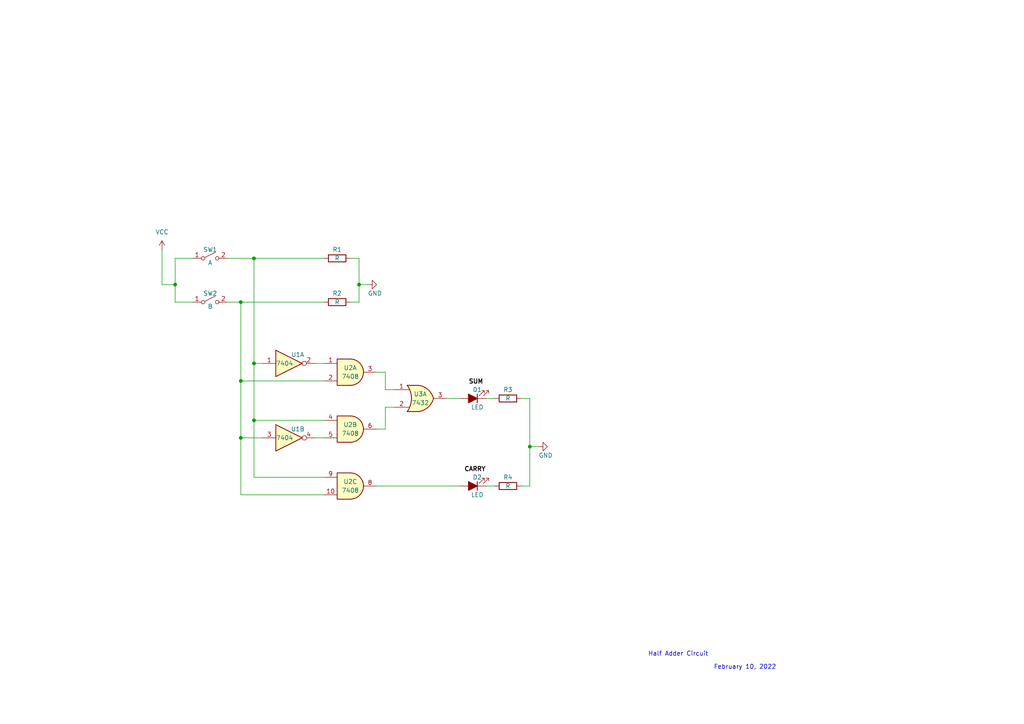
<source format=kicad_sch>
(kicad_sch (version 20211123) (generator eeschema)
  (paper "A4")
  (lib_symbols
    (symbol "74xx:74LS04"
      (property "Reference" "U" (at 0 1.27 0))
      (property "Value" "74LS04" (at 0 -1.27 0))
      (symbol "74LS04_1_0"
        (polyline (pts (xy -3.81 3.81) (xy -3.81 -3.81) (xy 3.81 0) (xy -3.81 3.81)) (stroke (width 0.254)) (fill (type background)))
        (pin input line (at -7.62 0 0) (length 3.81) (name "~") (number "1"))
        (pin output inverted (at 7.62 0 180) (length 3.81) (name "~") (number "2"))
      )
      (symbol "74LS04_2_0"
        (polyline (pts (xy -3.81 3.81) (xy -3.81 -3.81) (xy 3.81 0) (xy -3.81 3.81)) (stroke (width 0.254)) (fill (type background)))
        (pin input line (at -7.62 0 0) (length 3.81) (name "~") (number "3"))
        (pin output inverted (at 7.62 0 180) (length 3.81) (name "~") (number "4"))
      )
      (symbol "74LS04_3_0"
        (polyline (pts (xy -3.81 3.81) (xy -3.81 -3.81) (xy 3.81 0) (xy -3.81 3.81)) (stroke (width 0.254)) (fill (type background)))
        (pin input line (at -7.62 0 0) (length 3.81) (name "~") (number "5"))
        (pin output inverted (at 7.62 0 180) (length 3.81) (name "~") (number "6"))
      )
      (symbol "74LS04_4_0"
        (polyline (pts (xy -3.81 3.81) (xy -3.81 -3.81) (xy 3.81 0) (xy -3.81 3.81)) (stroke (width 0.254)) (fill (type background)))
        (pin output inverted (at 7.62 0 180) (length 3.81) (name "~") (number "8"))
        (pin input line (at -7.62 0 0) (length 3.81) (name "~") (number "9"))
      )
      (symbol "74LS04_5_0"
        (polyline (pts (xy -3.81 3.81) (xy -3.81 -3.81) (xy 3.81 0) (xy -3.81 3.81)) (stroke (width 0.254)) (fill (type background)))
        (pin output inverted (at 7.62 0 180) (length 3.81) (name "~") (number "10"))
        (pin input line (at -7.62 0 0) (length 3.81) (name "~") (number "11"))
      )
      (symbol "74LS04_6_0"
        (polyline (pts (xy -3.81 3.81) (xy -3.81 -3.81) (xy 3.81 0) (xy -3.81 3.81)) (stroke (width 0.254)) (fill (type background)))
        (pin output inverted (at 7.62 0 180) (length 3.81) (name "~") (number "12"))
        (pin input line (at -7.62 0 0) (length 3.81) (name "~") (number "13"))
      )
      (symbol "74LS04_7_0"
        (pin power_in line (at 0 12.7 270) (length 5.08) (name "VCC") (number "14"))
        (pin power_in line (at 0 -12.7 90) (length 5.08) (name "GND") (number "7"))
      )
      (symbol "74LS04_7_1"
        (rectangle (start -5.08 7.62) (end 5.08 -7.62) (stroke (width 0.254)) (fill (type background)))
      )
    )
    (symbol "74xx:74LS08" (pin_names (offset 1.016))
      (property "Reference" "U" (at 0 1.27 0))
      (property "Value" "74LS08" (at 0 -1.27 0))
      (symbol "74LS08_1_1"
        (arc (start 0 -3.81) (mid 3.81 0) (end 0 3.81) (stroke (width 0.254)) (fill (type background)))
        (polyline (pts (xy 0 3.81) (xy -3.81 3.81) (xy -3.81 -3.81) (xy 0 -3.81)) (stroke (width 0.254)) (fill (type background)))
        (pin input line (at -7.62 2.54 0) (length 3.81) (name "~") (number "1"))
        (pin input line (at -7.62 -2.54 0) (length 3.81) (name "~") (number "2"))
        (pin output line (at 7.62 0 180) (length 3.81) (name "~") (number "3"))
      )
      (symbol "74LS08_1_2"
        (arc (start -3.81 -3.81) (mid -2.589 0) (end -3.81 3.81) (stroke (width 0.254)))
        (arc (start -0.6096 -3.81) (mid 2.1842 -2.5851) (end 3.81 0) (stroke (width 0.254)) (fill (type background)))
        (polyline (pts (xy -3.81 -3.81) (xy -0.635 -3.81)) (stroke (width 0.254)) (fill (type background)))
        (polyline (pts (xy -3.81 3.81) (xy -0.635 3.81)) (stroke (width 0.254)) (fill (type background)))
        (polyline (pts (xy -0.635 3.81) (xy -3.81 3.81) (xy -3.81 3.81) (xy -3.556 3.4036) (xy -3.0226 2.2606) (xy -2.6924 1.0414) (xy -2.6162 -0.254) (xy -2.7686 -1.4986) (xy -3.175 -2.7178) (xy -3.81 -3.81) (xy -3.81 -3.81) (xy -0.635 -3.81)) (stroke (width -25.4)) (fill (type background)))
        (arc (start 3.81 0) (mid 2.1915 2.5936) (end -0.6096 3.81) (stroke (width 0.254)) (fill (type background)))
        (pin input inverted (at -7.62 2.54 0) (length 4.318) (name "~") (number "1"))
        (pin input inverted (at -7.62 -2.54 0) (length 4.318) (name "~") (number "2"))
        (pin output inverted (at 7.62 0 180) (length 3.81) (name "~") (number "3"))
      )
      (symbol "74LS08_2_1"
        (arc (start 0 -3.81) (mid 3.81 0) (end 0 3.81) (stroke (width 0.254)) (fill (type background)))
        (polyline (pts (xy 0 3.81) (xy -3.81 3.81) (xy -3.81 -3.81) (xy 0 -3.81)) (stroke (width 0.254)) (fill (type background)))
        (pin input line (at -7.62 2.54 0) (length 3.81) (name "~") (number "4"))
        (pin input line (at -7.62 -2.54 0) (length 3.81) (name "~") (number "5"))
        (pin output line (at 7.62 0 180) (length 3.81) (name "~") (number "6"))
      )
      (symbol "74LS08_2_2"
        (arc (start -3.81 -3.81) (mid -2.589 0) (end -3.81 3.81) (stroke (width 0.254)))
        (arc (start -0.6096 -3.81) (mid 2.1842 -2.5851) (end 3.81 0) (stroke (width 0.254)) (fill (type background)))
        (polyline (pts (xy -3.81 -3.81) (xy -0.635 -3.81)) (stroke (width 0.254)) (fill (type background)))
        (polyline (pts (xy -3.81 3.81) (xy -0.635 3.81)) (stroke (width 0.254)) (fill (type background)))
        (polyline (pts (xy -0.635 3.81) (xy -3.81 3.81) (xy -3.81 3.81) (xy -3.556 3.4036) (xy -3.0226 2.2606) (xy -2.6924 1.0414) (xy -2.6162 -0.254) (xy -2.7686 -1.4986) (xy -3.175 -2.7178) (xy -3.81 -3.81) (xy -3.81 -3.81) (xy -0.635 -3.81)) (stroke (width -25.4)) (fill (type background)))
        (arc (start 3.81 0) (mid 2.1915 2.5936) (end -0.6096 3.81) (stroke (width 0.254)) (fill (type background)))
        (pin input inverted (at -7.62 2.54 0) (length 4.318) (name "~") (number "4"))
        (pin input inverted (at -7.62 -2.54 0) (length 4.318) (name "~") (number "5"))
        (pin output inverted (at 7.62 0 180) (length 3.81) (name "~") (number "6"))
      )
      (symbol "74LS08_3_1"
        (arc (start 0 -3.81) (mid 3.81 0) (end 0 3.81) (stroke (width 0.254)) (fill (type background)))
        (polyline (pts (xy 0 3.81) (xy -3.81 3.81) (xy -3.81 -3.81) (xy 0 -3.81)) (stroke (width 0.254)) (fill (type background)))
        (pin input line (at -7.62 -2.54 0) (length 3.81) (name "~") (number "10"))
        (pin output line (at 7.62 0 180) (length 3.81) (name "~") (number "8"))
        (pin input line (at -7.62 2.54 0) (length 3.81) (name "~") (number "9"))
      )
      (symbol "74LS08_3_2"
        (arc (start -3.81 -3.81) (mid -2.589 0) (end -3.81 3.81) (stroke (width 0.254)))
        (arc (start -0.6096 -3.81) (mid 2.1842 -2.5851) (end 3.81 0) (stroke (width 0.254)) (fill (type background)))
        (polyline (pts (xy -3.81 -3.81) (xy -0.635 -3.81)) (stroke (width 0.254)) (fill (type background)))
        (polyline (pts (xy -3.81 3.81) (xy -0.635 3.81)) (stroke (width 0.254)) (fill (type background)))
        (polyline (pts (xy -0.635 3.81) (xy -3.81 3.81) (xy -3.81 3.81) (xy -3.556 3.4036) (xy -3.0226 2.2606) (xy -2.6924 1.0414) (xy -2.6162 -0.254) (xy -2.7686 -1.4986) (xy -3.175 -2.7178) (xy -3.81 -3.81) (xy -3.81 -3.81) (xy -0.635 -3.81)) (stroke (width -25.4)) (fill (type background)))
        (arc (start 3.81 0) (mid 2.1915 2.5936) (end -0.6096 3.81) (stroke (width 0.254)) (fill (type background)))
        (pin input inverted (at -7.62 -2.54 0) (length 4.318) (name "~") (number "10"))
        (pin output inverted (at 7.62 0 180) (length 3.81) (name "~") (number "8"))
        (pin input inverted (at -7.62 2.54 0) (length 4.318) (name "~") (number "9"))
      )
      (symbol "74LS08_4_1"
        (arc (start 0 -3.81) (mid 3.81 0) (end 0 3.81) (stroke (width 0.254)) (fill (type background)))
        (polyline (pts (xy 0 3.81) (xy -3.81 3.81) (xy -3.81 -3.81) (xy 0 -3.81)) (stroke (width 0.254)) (fill (type background)))
        (pin output line (at 7.62 0 180) (length 3.81) (name "~") (number "11"))
        (pin input line (at -7.62 2.54 0) (length 3.81) (name "~") (number "12"))
        (pin input line (at -7.62 -2.54 0) (length 3.81) (name "~") (number "13"))
      )
      (symbol "74LS08_4_2"
        (arc (start -3.81 -3.81) (mid -2.589 0) (end -3.81 3.81) (stroke (width 0.254)))
        (arc (start -0.6096 -3.81) (mid 2.1842 -2.5851) (end 3.81 0) (stroke (width 0.254)) (fill (type background)))
        (polyline (pts (xy -3.81 -3.81) (xy -0.635 -3.81)) (stroke (width 0.254)) (fill (type background)))
        (polyline (pts (xy -3.81 3.81) (xy -0.635 3.81)) (stroke (width 0.254)) (fill (type background)))
        (polyline (pts (xy -0.635 3.81) (xy -3.81 3.81) (xy -3.81 3.81) (xy -3.556 3.4036) (xy -3.0226 2.2606) (xy -2.6924 1.0414) (xy -2.6162 -0.254) (xy -2.7686 -1.4986) (xy -3.175 -2.7178) (xy -3.81 -3.81) (xy -3.81 -3.81) (xy -0.635 -3.81)) (stroke (width -25.4)) (fill (type background)))
        (arc (start 3.81 0) (mid 2.1915 2.5936) (end -0.6096 3.81) (stroke (width 0.254)) (fill (type background)))
        (pin output inverted (at 7.62 0 180) (length 3.81) (name "~") (number "11"))
        (pin input inverted (at -7.62 2.54 0) (length 4.318) (name "~") (number "12"))
        (pin input inverted (at -7.62 -2.54 0) (length 4.318) (name "~") (number "13"))
      )
      (symbol "74LS08_5_0"
        (pin power_in line (at 0 12.7 270) (length 5.08) (name "VCC") (number "14"))
        (pin power_in line (at 0 -12.7 90) (length 5.08) (name "GND") (number "7"))
      )
      (symbol "74LS08_5_1"
        (rectangle (start -5.08 7.62) (end 5.08 -7.62) (stroke (width 0.254)) (fill (type background)))
      )
    )
    (symbol "74xx:74LS32" (pin_names (offset 1.016))
      (property "Reference" "U" (at 0 1.27 0))
      (property "Value" "74LS32" (at 0 -1.27 0))
      (symbol "74LS32_1_1"
        (arc (start -3.81 -3.81) (mid -2.589 0) (end -3.81 3.81) (stroke (width 0.254)))
        (arc (start -0.6096 -3.81) (mid 2.1842 -2.5851) (end 3.81 0) (stroke (width 0.254)) (fill (type background)))
        (polyline (pts (xy -3.81 -3.81) (xy -0.635 -3.81)) (stroke (width 0.254)) (fill (type background)))
        (polyline (pts (xy -3.81 3.81) (xy -0.635 3.81)) (stroke (width 0.254)) (fill (type background)))
        (polyline (pts (xy -0.635 3.81) (xy -3.81 3.81) (xy -3.81 3.81) (xy -3.556 3.4036) (xy -3.0226 2.2606) (xy -2.6924 1.0414) (xy -2.6162 -0.254) (xy -2.7686 -1.4986) (xy -3.175 -2.7178) (xy -3.81 -3.81) (xy -3.81 -3.81) (xy -0.635 -3.81)) (stroke (width -25.4)) (fill (type background)))
        (arc (start 3.81 0) (mid 2.1915 2.5936) (end -0.6096 3.81) (stroke (width 0.254)) (fill (type background)))
        (pin input line (at -7.62 2.54 0) (length 4.318) (name "~") (number "1"))
        (pin input line (at -7.62 -2.54 0) (length 4.318) (name "~") (number "2"))
        (pin output line (at 7.62 0 180) (length 3.81) (name "~") (number "3"))
      )
      (symbol "74LS32_1_2"
        (arc (start 0 -3.81) (mid 3.81 0) (end 0 3.81) (stroke (width 0.254)) (fill (type background)))
        (polyline (pts (xy 0 3.81) (xy -3.81 3.81) (xy -3.81 -3.81) (xy 0 -3.81)) (stroke (width 0.254)) (fill (type background)))
        (pin input inverted (at -7.62 2.54 0) (length 3.81) (name "~") (number "1"))
        (pin input inverted (at -7.62 -2.54 0) (length 3.81) (name "~") (number "2"))
        (pin output inverted (at 7.62 0 180) (length 3.81) (name "~") (number "3"))
      )
      (symbol "74LS32_2_1"
        (arc (start -3.81 -3.81) (mid -2.589 0) (end -3.81 3.81) (stroke (width 0.254)))
        (arc (start -0.6096 -3.81) (mid 2.1842 -2.5851) (end 3.81 0) (stroke (width 0.254)) (fill (type background)))
        (polyline (pts (xy -3.81 -3.81) (xy -0.635 -3.81)) (stroke (width 0.254)) (fill (type background)))
        (polyline (pts (xy -3.81 3.81) (xy -0.635 3.81)) (stroke (width 0.254)) (fill (type background)))
        (polyline (pts (xy -0.635 3.81) (xy -3.81 3.81) (xy -3.81 3.81) (xy -3.556 3.4036) (xy -3.0226 2.2606) (xy -2.6924 1.0414) (xy -2.6162 -0.254) (xy -2.7686 -1.4986) (xy -3.175 -2.7178) (xy -3.81 -3.81) (xy -3.81 -3.81) (xy -0.635 -3.81)) (stroke (width -25.4)) (fill (type background)))
        (arc (start 3.81 0) (mid 2.1915 2.5936) (end -0.6096 3.81) (stroke (width 0.254)) (fill (type background)))
        (pin input line (at -7.62 2.54 0) (length 4.318) (name "~") (number "4"))
        (pin input line (at -7.62 -2.54 0) (length 4.318) (name "~") (number "5"))
        (pin output line (at 7.62 0 180) (length 3.81) (name "~") (number "6"))
      )
      (symbol "74LS32_2_2"
        (arc (start 0 -3.81) (mid 3.81 0) (end 0 3.81) (stroke (width 0.254)) (fill (type background)))
        (polyline (pts (xy 0 3.81) (xy -3.81 3.81) (xy -3.81 -3.81) (xy 0 -3.81)) (stroke (width 0.254)) (fill (type background)))
        (pin input inverted (at -7.62 2.54 0) (length 3.81) (name "~") (number "4"))
        (pin input inverted (at -7.62 -2.54 0) (length 3.81) (name "~") (number "5"))
        (pin output inverted (at 7.62 0 180) (length 3.81) (name "~") (number "6"))
      )
      (symbol "74LS32_3_1"
        (arc (start -3.81 -3.81) (mid -2.589 0) (end -3.81 3.81) (stroke (width 0.254)))
        (arc (start -0.6096 -3.81) (mid 2.1842 -2.5851) (end 3.81 0) (stroke (width 0.254)) (fill (type background)))
        (polyline (pts (xy -3.81 -3.81) (xy -0.635 -3.81)) (stroke (width 0.254)) (fill (type background)))
        (polyline (pts (xy -3.81 3.81) (xy -0.635 3.81)) (stroke (width 0.254)) (fill (type background)))
        (polyline (pts (xy -0.635 3.81) (xy -3.81 3.81) (xy -3.81 3.81) (xy -3.556 3.4036) (xy -3.0226 2.2606) (xy -2.6924 1.0414) (xy -2.6162 -0.254) (xy -2.7686 -1.4986) (xy -3.175 -2.7178) (xy -3.81 -3.81) (xy -3.81 -3.81) (xy -0.635 -3.81)) (stroke (width -25.4)) (fill (type background)))
        (arc (start 3.81 0) (mid 2.1915 2.5936) (end -0.6096 3.81) (stroke (width 0.254)) (fill (type background)))
        (pin input line (at -7.62 -2.54 0) (length 4.318) (name "~") (number "10"))
        (pin output line (at 7.62 0 180) (length 3.81) (name "~") (number "8"))
        (pin input line (at -7.62 2.54 0) (length 4.318) (name "~") (number "9"))
      )
      (symbol "74LS32_3_2"
        (arc (start 0 -3.81) (mid 3.81 0) (end 0 3.81) (stroke (width 0.254)) (fill (type background)))
        (polyline (pts (xy 0 3.81) (xy -3.81 3.81) (xy -3.81 -3.81) (xy 0 -3.81)) (stroke (width 0.254)) (fill (type background)))
        (pin input inverted (at -7.62 -2.54 0) (length 3.81) (name "~") (number "10"))
        (pin output inverted (at 7.62 0 180) (length 3.81) (name "~") (number "8"))
        (pin input inverted (at -7.62 2.54 0) (length 3.81) (name "~") (number "9"))
      )
      (symbol "74LS32_4_1"
        (arc (start -3.81 -3.81) (mid -2.589 0) (end -3.81 3.81) (stroke (width 0.254)))
        (arc (start -0.6096 -3.81) (mid 2.1842 -2.5851) (end 3.81 0) (stroke (width 0.254)) (fill (type background)))
        (polyline (pts (xy -3.81 -3.81) (xy -0.635 -3.81)) (stroke (width 0.254)) (fill (type background)))
        (polyline (pts (xy -3.81 3.81) (xy -0.635 3.81)) (stroke (width 0.254)) (fill (type background)))
        (polyline (pts (xy -0.635 3.81) (xy -3.81 3.81) (xy -3.81 3.81) (xy -3.556 3.4036) (xy -3.0226 2.2606) (xy -2.6924 1.0414) (xy -2.6162 -0.254) (xy -2.7686 -1.4986) (xy -3.175 -2.7178) (xy -3.81 -3.81) (xy -3.81 -3.81) (xy -0.635 -3.81)) (stroke (width -25.4)) (fill (type background)))
        (arc (start 3.81 0) (mid 2.1915 2.5936) (end -0.6096 3.81) (stroke (width 0.254)) (fill (type background)))
        (pin output line (at 7.62 0 180) (length 3.81) (name "~") (number "11"))
        (pin input line (at -7.62 2.54 0) (length 4.318) (name "~") (number "12"))
        (pin input line (at -7.62 -2.54 0) (length 4.318) (name "~") (number "13"))
      )
      (symbol "74LS32_4_2"
        (arc (start 0 -3.81) (mid 3.81 0) (end 0 3.81) (stroke (width 0.254)) (fill (type background)))
        (polyline (pts (xy 0 3.81) (xy -3.81 3.81) (xy -3.81 -3.81) (xy 0 -3.81)) (stroke (width 0.254)) (fill (type background)))
        (pin output inverted (at 7.62 0 180) (length 3.81) (name "~") (number "11"))
        (pin input inverted (at -7.62 2.54 0) (length 3.81) (name "~") (number "12"))
        (pin input inverted (at -7.62 -2.54 0) (length 3.81) (name "~") (number "13"))
      )
      (symbol "74LS32_5_0"
        (pin power_in line (at 0 12.7 270) (length 5.08) (name "VCC") (number "14"))
        (pin power_in line (at 0 -12.7 90) (length 5.08) (name "GND") (number "7"))
      )
      (symbol "74LS32_5_1"
        (rectangle (start -5.08 7.62) (end 5.08 -7.62) (stroke (width 0.254)) (fill (type background)))
      )
    )
    (symbol "Device:LED_Filled" (pin_numbers hide) (pin_names (offset 1.016) hide)
      (property "Reference" "D" (at 0 2.54 0))
      (property "Value" "LED_Filled" (at 0 -2.54 0))
      (symbol "LED_Filled_0_1"
        (polyline (pts (xy -1.27 -1.27) (xy -1.27 1.27)) (stroke (width 0.254)))
        (polyline (pts (xy -1.27 0) (xy 1.27 0)))
        (polyline (pts (xy 1.27 -1.27) (xy 1.27 1.27) (xy -1.27 0) (xy 1.27 -1.27)) (stroke (width 0.254)) (fill (type outline)))
        (polyline (pts (xy -3.048 -0.762) (xy -4.572 -2.286) (xy -3.81 -2.286) (xy -4.572 -2.286) (xy -4.572 -1.524)))
        (polyline (pts (xy -1.778 -0.762) (xy -3.302 -2.286) (xy -2.54 -2.286) (xy -3.302 -2.286) (xy -3.302 -1.524)))
      )
      (symbol "LED_Filled_1_1"
        (pin passive line (at -3.81 0 0) (length 2.54) (name "K") (number "1"))
        (pin passive line (at 3.81 0 180) (length 2.54) (name "A") (number "2"))
      )
    )
    (symbol "Device:R" (pin_numbers hide) (pin_names (offset 0))
      (property "Reference" "R" (at 2.032 0 90))
      (property "Value" "R" (at 0 0 90))
      (symbol "R_0_1"
        (rectangle (start -1.016 -2.54) (end 1.016 2.54) (stroke (width 0.254)))
      )
      (symbol "R_1_1"
        (pin passive line (at 0 3.81 270) (length 1.27) (name "~") (number "1"))
        (pin passive line (at 0 -3.81 90) (length 1.27) (name "~") (number "2"))
      )
    )
    (symbol "Switch:SW_SPST" (pin_names (offset 0) hide)
      (property "Reference" "SW" (at 0 3.175 0))
      (property "Value" "SW_SPST" (at 0 -2.54 0))
      (symbol "SW_SPST_0_0"
        (circle (center -2.032 0) (radius 0.508))
        (polyline (pts (xy -1.524 0.254) (xy 1.524 1.778)))
        (circle (center 2.032 0) (radius 0.508))
      )
      (symbol "SW_SPST_1_1"
        (pin passive line (at -5.08 0 0) (length 2.54) (name "A") (number "1"))
        (pin passive line (at 5.08 0 180) (length 2.54) (name "B") (number "2"))
      )
    )
    (symbol "power:GND" (power) (pin_names (offset 0))
      (property "Value" "GND" (at 0 -3.81 0))
      (symbol "GND_0_1"
        (polyline (pts (xy 0 0) (xy 0 -1.27) (xy 1.27 -1.27) (xy 0 -2.54) (xy -1.27 -1.27) (xy 0 -1.27)))
      )
      (symbol "GND_1_1"
        (pin power_in line (at 0 0 270) (length 0) hide (name "GND") (number "1"))
      )
    )
    (symbol "power:VCC" (power) (pin_names (offset 0))
      (property "Value" "VCC" (at 0 3.81 0))
      (symbol "VCC_0_1"
        (polyline (pts (xy -0.762 1.27) (xy 0 2.54)))
        (polyline (pts (xy 0 0) (xy 0 2.54)))
        (polyline (pts (xy 0 2.54) (xy 0.762 1.27)))
      )
      (symbol "VCC_1_1"
        (pin power_in line (at 0 0 90) (length 0) hide (name "VCC") (number "1"))
      )
    )
  )
  (junction (at 50.8 82.55))
  (junction (at 69.85 110.49))
  (junction (at 69.85 127))
  (junction (at 104.14 82.55))
  (junction (at 69.85 87.63))
  (junction (at 153.67 129.54))
  (junction (at 73.66 74.93))
  (junction (at 73.66 121.92))
  (junction (at 73.66 105.41))
  (wire (pts (xy 140.97 115.57) (xy 143.51 115.57)))
  (wire (pts (xy 101.6 74.93) (xy 104.14 74.93)))
  (wire (pts (xy 46.99 72.39) (xy 46.99 82.55)))
  (wire (pts (xy 69.85 127) (xy 76.2 127)))
  (wire (pts (xy 73.66 138.43) (xy 93.98 138.43)))
  (wire (pts (xy 69.85 87.63) (xy 69.85 110.49)))
  (wire (pts (xy 66.04 74.93) (xy 73.66 74.93)))
  (wire (pts (xy 111.76 107.95) (xy 111.76 113.03)))
  (wire (pts (xy 73.66 74.93) (xy 93.98 74.93)))
  (wire (pts (xy 76.2 105.41) (xy 73.66 105.41)))
  (wire (pts (xy 69.85 110.49) (xy 93.98 110.49)))
  (wire (pts (xy 73.66 105.41) (xy 73.66 121.92)))
  (wire (pts (xy 73.66 121.92) (xy 73.66 138.43)))
  (wire (pts (xy 50.8 74.93) (xy 55.88 74.93)))
  (wire (pts (xy 69.85 110.49) (xy 69.85 127)))
  (wire (pts (xy 153.67 129.54) (xy 156.21 129.54)))
  (wire (pts (xy 50.8 87.63) (xy 55.88 87.63)))
  (wire (pts (xy 111.76 113.03) (xy 114.3 113.03)))
  (wire (pts (xy 104.14 74.93) (xy 104.14 82.55)))
  (wire (pts (xy 140.97 140.97) (xy 143.51 140.97)))
  (wire (pts (xy 151.13 115.57) (xy 153.67 115.57)))
  (wire (pts (xy 104.14 82.55) (xy 104.14 87.63)))
  (wire (pts (xy 46.99 82.55) (xy 50.8 82.55)))
  (wire (pts (xy 50.8 82.55) (xy 50.8 87.63)))
  (wire (pts (xy 91.44 127) (xy 93.98 127)))
  (wire (pts (xy 66.04 87.63) (xy 69.85 87.63)))
  (wire (pts (xy 91.44 105.41) (xy 93.98 105.41)))
  (wire (pts (xy 69.85 127) (xy 69.85 143.51)))
  (wire (pts (xy 111.76 118.11) (xy 111.76 124.46)))
  (wire (pts (xy 73.66 121.92) (xy 93.98 121.92)))
  (wire (pts (xy 109.22 140.97) (xy 133.35 140.97)))
  (wire (pts (xy 153.67 129.54) (xy 153.67 140.97)))
  (wire (pts (xy 73.66 74.93) (xy 73.66 105.41)))
  (wire (pts (xy 109.22 107.95) (xy 111.76 107.95)))
  (wire (pts (xy 104.14 87.63) (xy 101.6 87.63)))
  (wire (pts (xy 69.85 87.63) (xy 93.98 87.63)))
  (wire (pts (xy 153.67 140.97) (xy 151.13 140.97)))
  (wire (pts (xy 69.85 143.51) (xy 93.98 143.51)))
  (wire (pts (xy 153.67 115.57) (xy 153.67 129.54)))
  (wire (pts (xy 111.76 124.46) (xy 109.22 124.46)))
  (wire (pts (xy 129.54 115.57) (xy 133.35 115.57)))
  (wire (pts (xy 50.8 74.93) (xy 50.8 82.55)))
  (wire (pts (xy 111.76 118.11) (xy 114.3 118.11)))
  (wire (pts (xy 104.14 82.55) (xy 106.68 82.55)))
  (text "Half Adder Circuit\n" (at 187.96 190.5 0) (effects (font (size 1.27 1.27)) (justify left bottom)))
  (text "February 10, 2022\n" (at 207.01 194.31 0) (effects (font (size 1.27 1.27)) (justify left bottom)))
  (label "CARRY" (at 134.62 137.16 0) (effects (font bold)))
  (label "SUM" (at 135.89 111.76 0) (effects (font bold)))
  (symbol (lib_id "Device:R") (at 97.79 87.63 90) (unit 1)
    (property "Reference" "R2" (at 97.79 85.09 90))
    (property "Value" "R" (at 97.79 87.63 90))
  )
  (symbol (lib_id "Switch:SW_SPST") (at 60.96 87.63 0) (unit 1)
    (property "Reference" "SW2" (at 60.96 85.09 0))
    (property "Value" "B" (at 60.96 88.9 0))
  )
  (symbol (lib_id "74xx:74LS08") (at 101.6 107.95 0) (unit 1)
    (property "Reference" "U2" (at 101.6 106.68 0))
    (property "Value" "7408" (at 101.6 109.22 0))
    (property "Datasheet" "http://www.ti.com/lit/gpn/sn74LS08" (effects hide))
  )
  (symbol (lib_id "power:GND") (at 106.68 82.55 90) (unit 1)
    (property "Reference" "#PWR?" (effects hide))
    (property "Value" "GND" (at 106.68 85.09 90) (effects (justify right)))
  )
  (symbol (lib_id "74xx:74LS08") (at 101.6 140.97 0) (unit 3)
    (property "Reference" "U2" (at 101.6 139.7 0))
    (property "Value" "7408" (at 101.6 142.24 0))
    (property "Datasheet" "http://www.ti.com/lit/gpn/sn74LS08" (effects hide))
  )
  (symbol (lib_id "Device:LED_Filled") (at 137.16 115.57 180) (unit 1)
    (property "Reference" "D1" (at 138.43 113.03 0))
    (property "Value" "LED" (at 138.43 118.11 0))
  )
  (symbol (lib_id "74xx:74LS04") (at 83.82 105.41 0) (unit 1)
    (property "Reference" "U1" (at 86.36 102.87 0))
    (property "Value" "7404" (at 82.55 105.41 0))
    (property "Datasheet" "http://www.ti.com/lit/gpn/sn74LS04" (effects hide))
  )
  (symbol (lib_id "74xx:74LS08") (at 101.6 124.46 0) (unit 2)
    (property "Reference" "U2" (at 101.6 123.19 0))
    (property "Value" "7408" (at 101.6 125.73 0))
    (property "Datasheet" "http://www.ti.com/lit/gpn/sn74LS08" (effects hide))
  )
  (symbol (lib_id "Device:LED_Filled") (at 137.16 140.97 180) (unit 1)
    (property "Reference" "D2" (at 138.43 138.43 0))
    (property "Value" "LED" (at 138.43 143.51 0))
  )
  (symbol (lib_id "Device:R") (at 147.32 115.57 90) (unit 1)
    (property "Reference" "R3" (at 147.32 113.03 90))
    (property "Value" "R" (at 147.32 115.57 90))
  )
  (symbol (lib_id "74xx:74LS04") (at 83.82 127 0) (unit 2)
    (property "Reference" "U1" (at 86.36 124.46 0))
    (property "Value" "7404" (at 82.55 127 0))
    (property "Datasheet" "http://www.ti.com/lit/gpn/sn74LS04" (effects hide))
  )
  (symbol (lib_id "74xx:74LS32") (at 121.92 115.57 0) (unit 1)
    (property "Reference" "U3" (at 121.92 114.3 0))
    (property "Value" "7432" (at 121.92 116.84 0))
    (property "Datasheet" "http://www.ti.com/lit/gpn/sn74LS32" (effects hide))
  )
  (symbol (lib_id "Device:R") (at 147.32 140.97 90) (unit 1)
    (property "Reference" "R4" (at 147.32 138.43 90))
    (property "Value" "R" (at 147.32 140.97 90))
  )
  (symbol (lib_id "Switch:SW_SPST") (at 60.96 74.93 0) (unit 1)
    (property "Reference" "SW1" (at 60.96 72.39 0))
    (property "Value" "A" (at 60.96 76.2 0))
  )
  (symbol (lib_id "power:GND") (at 156.21 129.54 90) (unit 1)
    (property "Reference" "#PWR?" (effects hide))
    (property "Value" "GND" (at 156.21 132.08 90) (effects (justify right)))
  )
  (symbol (lib_id "power:VCC") (at 46.99 72.39 0) (unit 1)
    (property "Reference" "#PWR?" (effects hide))
    (property "Value" "VCC" (at 46.99 67.31 0))
  )
  (symbol (lib_id "Device:R") (at 97.79 74.93 90) (unit 1)
    (property "Reference" "R1" (at 97.79 72.39 90))
    (property "Value" "R" (at 97.79 74.93 90))
  )
)
</source>
